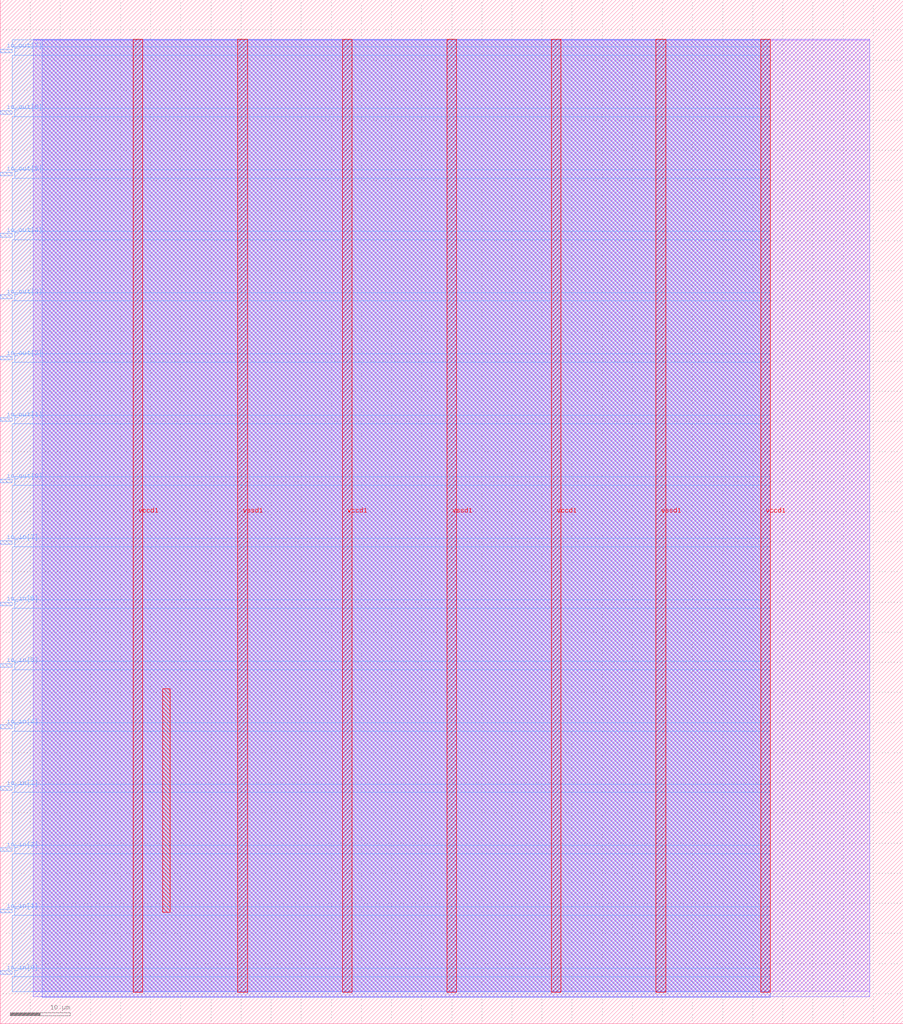
<source format=lef>
VERSION 5.7 ;
  NOWIREEXTENSIONATPIN ON ;
  DIVIDERCHAR "/" ;
  BUSBITCHARS "[]" ;
MACRO user_module_skylersaleh
  CLASS BLOCK ;
  FOREIGN user_module_skylersaleh ;
  ORIGIN 0.000 0.000 ;
  SIZE 150.000 BY 170.000 ;
  PIN io_in[0]
    DIRECTION INPUT ;
    USE SIGNAL ;
    PORT
      LAYER met3 ;
        RECT 0.000 8.200 2.000 8.800 ;
    END
  END io_in[0]
  PIN io_in[1]
    DIRECTION INPUT ;
    USE SIGNAL ;
    PORT
      LAYER met3 ;
        RECT 0.000 18.400 2.000 19.000 ;
    END
  END io_in[1]
  PIN io_in[2]
    DIRECTION INPUT ;
    USE SIGNAL ;
    PORT
      LAYER met3 ;
        RECT 0.000 28.600 2.000 29.200 ;
    END
  END io_in[2]
  PIN io_in[3]
    DIRECTION INPUT ;
    USE SIGNAL ;
    PORT
      LAYER met3 ;
        RECT 0.000 38.800 2.000 39.400 ;
    END
  END io_in[3]
  PIN io_in[4]
    DIRECTION INPUT ;
    USE SIGNAL ;
    PORT
      LAYER met3 ;
        RECT 0.000 49.000 2.000 49.600 ;
    END
  END io_in[4]
  PIN io_in[5]
    DIRECTION INPUT ;
    USE SIGNAL ;
    PORT
      LAYER met3 ;
        RECT 0.000 59.200 2.000 59.800 ;
    END
  END io_in[5]
  PIN io_in[6]
    DIRECTION INPUT ;
    USE SIGNAL ;
    PORT
      LAYER met3 ;
        RECT 0.000 69.400 2.000 70.000 ;
    END
  END io_in[6]
  PIN io_in[7]
    DIRECTION INPUT ;
    USE SIGNAL ;
    PORT
      LAYER met3 ;
        RECT 0.000 79.600 2.000 80.200 ;
    END
  END io_in[7]
  PIN io_out[0]
    DIRECTION OUTPUT TRISTATE ;
    USE SIGNAL ;
    PORT
      LAYER met3 ;
        RECT 0.000 89.800 2.000 90.400 ;
    END
  END io_out[0]
  PIN io_out[1]
    DIRECTION OUTPUT TRISTATE ;
    USE SIGNAL ;
    PORT
      LAYER met3 ;
        RECT 0.000 100.000 2.000 100.600 ;
    END
  END io_out[1]
  PIN io_out[2]
    DIRECTION OUTPUT TRISTATE ;
    USE SIGNAL ;
    PORT
      LAYER met3 ;
        RECT 0.000 110.200 2.000 110.800 ;
    END
  END io_out[2]
  PIN io_out[3]
    DIRECTION OUTPUT TRISTATE ;
    USE SIGNAL ;
    PORT
      LAYER met3 ;
        RECT 0.000 120.400 2.000 121.000 ;
    END
  END io_out[3]
  PIN io_out[4]
    DIRECTION OUTPUT TRISTATE ;
    USE SIGNAL ;
    PORT
      LAYER met3 ;
        RECT 0.000 130.600 2.000 131.200 ;
    END
  END io_out[4]
  PIN io_out[5]
    DIRECTION OUTPUT TRISTATE ;
    USE SIGNAL ;
    PORT
      LAYER met3 ;
        RECT 0.000 140.800 2.000 141.400 ;
    END
  END io_out[5]
  PIN io_out[6]
    DIRECTION OUTPUT TRISTATE ;
    USE SIGNAL ;
    PORT
      LAYER met3 ;
        RECT 0.000 151.000 2.000 151.600 ;
    END
  END io_out[6]
  PIN io_out[7]
    DIRECTION OUTPUT TRISTATE ;
    USE SIGNAL ;
    PORT
      LAYER met3 ;
        RECT 0.000 161.200 2.000 161.800 ;
    END
  END io_out[7]
  PIN vccd1
    DIRECTION INOUT ;
    USE POWER ;
    PORT
      LAYER met4 ;
        RECT 22.090 5.200 23.690 163.440 ;
    END
    PORT
      LAYER met4 ;
        RECT 56.830 5.200 58.430 163.440 ;
    END
    PORT
      LAYER met4 ;
        RECT 91.570 5.200 93.170 163.440 ;
    END
    PORT
      LAYER met4 ;
        RECT 126.310 5.200 127.910 163.440 ;
    END
  END vccd1
  PIN vssd1
    DIRECTION INOUT ;
    USE GROUND ;
    PORT
      LAYER met4 ;
        RECT 39.460 5.200 41.060 163.440 ;
    END
    PORT
      LAYER met4 ;
        RECT 74.200 5.200 75.800 163.440 ;
    END
    PORT
      LAYER met4 ;
        RECT 108.940 5.200 110.540 163.440 ;
    END
  END vssd1
  OBS
      LAYER li1 ;
        RECT 5.520 5.355 144.440 163.285 ;
      LAYER met1 ;
        RECT 5.520 4.460 144.440 163.440 ;
      LAYER met2 ;
        RECT 6.990 4.430 127.880 163.385 ;
      LAYER met3 ;
        RECT 2.000 162.200 127.900 163.365 ;
        RECT 2.400 160.800 127.900 162.200 ;
        RECT 2.000 152.000 127.900 160.800 ;
        RECT 2.400 150.600 127.900 152.000 ;
        RECT 2.000 141.800 127.900 150.600 ;
        RECT 2.400 140.400 127.900 141.800 ;
        RECT 2.000 131.600 127.900 140.400 ;
        RECT 2.400 130.200 127.900 131.600 ;
        RECT 2.000 121.400 127.900 130.200 ;
        RECT 2.400 120.000 127.900 121.400 ;
        RECT 2.000 111.200 127.900 120.000 ;
        RECT 2.400 109.800 127.900 111.200 ;
        RECT 2.000 101.000 127.900 109.800 ;
        RECT 2.400 99.600 127.900 101.000 ;
        RECT 2.000 90.800 127.900 99.600 ;
        RECT 2.400 89.400 127.900 90.800 ;
        RECT 2.000 80.600 127.900 89.400 ;
        RECT 2.400 79.200 127.900 80.600 ;
        RECT 2.000 70.400 127.900 79.200 ;
        RECT 2.400 69.000 127.900 70.400 ;
        RECT 2.000 60.200 127.900 69.000 ;
        RECT 2.400 58.800 127.900 60.200 ;
        RECT 2.000 50.000 127.900 58.800 ;
        RECT 2.400 48.600 127.900 50.000 ;
        RECT 2.000 39.800 127.900 48.600 ;
        RECT 2.400 38.400 127.900 39.800 ;
        RECT 2.000 29.600 127.900 38.400 ;
        RECT 2.400 28.200 127.900 29.600 ;
        RECT 2.000 19.400 127.900 28.200 ;
        RECT 2.400 18.000 127.900 19.400 ;
        RECT 2.000 9.200 127.900 18.000 ;
        RECT 2.400 7.800 127.900 9.200 ;
        RECT 2.000 5.275 127.900 7.800 ;
      LAYER met4 ;
        RECT 26.975 18.535 28.225 55.585 ;
  END
END user_module_skylersaleh
END LIBRARY


</source>
